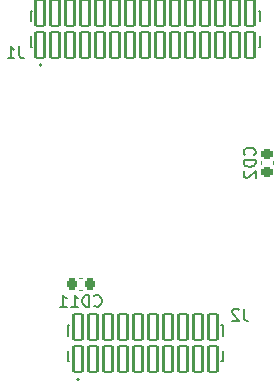
<source format=gbo>
%TF.GenerationSoftware,KiCad,Pcbnew,8.0.3-8.0.3-0~ubuntu24.04.1*%
%TF.CreationDate,2024-07-09T09:27:24+02:00*%
%TF.ProjectId,PythonBreakout,50797468-6f6e-4427-9265-616b6f75742e,rev?*%
%TF.SameCoordinates,Original*%
%TF.FileFunction,Legend,Bot*%
%TF.FilePolarity,Positive*%
%FSLAX46Y46*%
G04 Gerber Fmt 4.6, Leading zero omitted, Abs format (unit mm)*
G04 Created by KiCad (PCBNEW 8.0.3-8.0.3-0~ubuntu24.04.1) date 2024-07-09 09:27:24*
%MOMM*%
%LPD*%
G01*
G04 APERTURE LIST*
G04 Aperture macros list*
%AMRoundRect*
0 Rectangle with rounded corners*
0 $1 Rounding radius*
0 $2 $3 $4 $5 $6 $7 $8 $9 X,Y pos of 4 corners*
0 Add a 4 corners polygon primitive as box body*
4,1,4,$2,$3,$4,$5,$6,$7,$8,$9,$2,$3,0*
0 Add four circle primitives for the rounded corners*
1,1,$1+$1,$2,$3*
1,1,$1+$1,$4,$5*
1,1,$1+$1,$6,$7*
1,1,$1+$1,$8,$9*
0 Add four rect primitives between the rounded corners*
20,1,$1+$1,$2,$3,$4,$5,0*
20,1,$1+$1,$4,$5,$6,$7,0*
20,1,$1+$1,$6,$7,$8,$9,0*
20,1,$1+$1,$8,$9,$2,$3,0*%
G04 Aperture macros list end*
%ADD10C,0.150000*%
%ADD11C,0.200000*%
%ADD12C,0.120000*%
%ADD13C,1.190000*%
%ADD14RoundRect,0.102000X-0.370000X-1.110000X0.370000X-1.110000X0.370000X1.110000X-0.370000X1.110000X0*%
%ADD15RoundRect,0.225000X-0.250000X0.225000X-0.250000X-0.225000X0.250000X-0.225000X0.250000X0.225000X0*%
%ADD16RoundRect,0.225000X-0.225000X-0.250000X0.225000X-0.250000X0.225000X0.250000X-0.225000X0.250000X0*%
G04 APERTURE END LIST*
D10*
X98333333Y-82649819D02*
X98333333Y-83364104D01*
X98333333Y-83364104D02*
X98380952Y-83506961D01*
X98380952Y-83506961D02*
X98476190Y-83602200D01*
X98476190Y-83602200D02*
X98619047Y-83649819D01*
X98619047Y-83649819D02*
X98714285Y-83649819D01*
X97904761Y-82745057D02*
X97857142Y-82697438D01*
X97857142Y-82697438D02*
X97761904Y-82649819D01*
X97761904Y-82649819D02*
X97523809Y-82649819D01*
X97523809Y-82649819D02*
X97428571Y-82697438D01*
X97428571Y-82697438D02*
X97380952Y-82745057D01*
X97380952Y-82745057D02*
X97333333Y-82840295D01*
X97333333Y-82840295D02*
X97333333Y-82935533D01*
X97333333Y-82935533D02*
X97380952Y-83078390D01*
X97380952Y-83078390D02*
X97952380Y-83649819D01*
X97952380Y-83649819D02*
X97333333Y-83649819D01*
X79333333Y-60429819D02*
X79333333Y-61144104D01*
X79333333Y-61144104D02*
X79380952Y-61286961D01*
X79380952Y-61286961D02*
X79476190Y-61382200D01*
X79476190Y-61382200D02*
X79619047Y-61429819D01*
X79619047Y-61429819D02*
X79714285Y-61429819D01*
X78333333Y-61429819D02*
X78904761Y-61429819D01*
X78619047Y-61429819D02*
X78619047Y-60429819D01*
X78619047Y-60429819D02*
X78714285Y-60572676D01*
X78714285Y-60572676D02*
X78809523Y-60667914D01*
X78809523Y-60667914D02*
X78904761Y-60715533D01*
X99234580Y-69608333D02*
X99282200Y-69560714D01*
X99282200Y-69560714D02*
X99329819Y-69417857D01*
X99329819Y-69417857D02*
X99329819Y-69322619D01*
X99329819Y-69322619D02*
X99282200Y-69179762D01*
X99282200Y-69179762D02*
X99186961Y-69084524D01*
X99186961Y-69084524D02*
X99091723Y-69036905D01*
X99091723Y-69036905D02*
X98901247Y-68989286D01*
X98901247Y-68989286D02*
X98758390Y-68989286D01*
X98758390Y-68989286D02*
X98567914Y-69036905D01*
X98567914Y-69036905D02*
X98472676Y-69084524D01*
X98472676Y-69084524D02*
X98377438Y-69179762D01*
X98377438Y-69179762D02*
X98329819Y-69322619D01*
X98329819Y-69322619D02*
X98329819Y-69417857D01*
X98329819Y-69417857D02*
X98377438Y-69560714D01*
X98377438Y-69560714D02*
X98425057Y-69608333D01*
X99329819Y-70036905D02*
X98329819Y-70036905D01*
X98329819Y-70036905D02*
X98329819Y-70275000D01*
X98329819Y-70275000D02*
X98377438Y-70417857D01*
X98377438Y-70417857D02*
X98472676Y-70513095D01*
X98472676Y-70513095D02*
X98567914Y-70560714D01*
X98567914Y-70560714D02*
X98758390Y-70608333D01*
X98758390Y-70608333D02*
X98901247Y-70608333D01*
X98901247Y-70608333D02*
X99091723Y-70560714D01*
X99091723Y-70560714D02*
X99186961Y-70513095D01*
X99186961Y-70513095D02*
X99282200Y-70417857D01*
X99282200Y-70417857D02*
X99329819Y-70275000D01*
X99329819Y-70275000D02*
X99329819Y-70036905D01*
X98425057Y-70989286D02*
X98377438Y-71036905D01*
X98377438Y-71036905D02*
X98329819Y-71132143D01*
X98329819Y-71132143D02*
X98329819Y-71370238D01*
X98329819Y-71370238D02*
X98377438Y-71465476D01*
X98377438Y-71465476D02*
X98425057Y-71513095D01*
X98425057Y-71513095D02*
X98520295Y-71560714D01*
X98520295Y-71560714D02*
X98615533Y-71560714D01*
X98615533Y-71560714D02*
X98758390Y-71513095D01*
X98758390Y-71513095D02*
X99329819Y-70941667D01*
X99329819Y-70941667D02*
X99329819Y-71560714D01*
X85672857Y-82364580D02*
X85720476Y-82412200D01*
X85720476Y-82412200D02*
X85863333Y-82459819D01*
X85863333Y-82459819D02*
X85958571Y-82459819D01*
X85958571Y-82459819D02*
X86101428Y-82412200D01*
X86101428Y-82412200D02*
X86196666Y-82316961D01*
X86196666Y-82316961D02*
X86244285Y-82221723D01*
X86244285Y-82221723D02*
X86291904Y-82031247D01*
X86291904Y-82031247D02*
X86291904Y-81888390D01*
X86291904Y-81888390D02*
X86244285Y-81697914D01*
X86244285Y-81697914D02*
X86196666Y-81602676D01*
X86196666Y-81602676D02*
X86101428Y-81507438D01*
X86101428Y-81507438D02*
X85958571Y-81459819D01*
X85958571Y-81459819D02*
X85863333Y-81459819D01*
X85863333Y-81459819D02*
X85720476Y-81507438D01*
X85720476Y-81507438D02*
X85672857Y-81555057D01*
X85244285Y-82459819D02*
X85244285Y-81459819D01*
X85244285Y-81459819D02*
X85006190Y-81459819D01*
X85006190Y-81459819D02*
X84863333Y-81507438D01*
X84863333Y-81507438D02*
X84768095Y-81602676D01*
X84768095Y-81602676D02*
X84720476Y-81697914D01*
X84720476Y-81697914D02*
X84672857Y-81888390D01*
X84672857Y-81888390D02*
X84672857Y-82031247D01*
X84672857Y-82031247D02*
X84720476Y-82221723D01*
X84720476Y-82221723D02*
X84768095Y-82316961D01*
X84768095Y-82316961D02*
X84863333Y-82412200D01*
X84863333Y-82412200D02*
X85006190Y-82459819D01*
X85006190Y-82459819D02*
X85244285Y-82459819D01*
X83720476Y-82459819D02*
X84291904Y-82459819D01*
X84006190Y-82459819D02*
X84006190Y-81459819D01*
X84006190Y-81459819D02*
X84101428Y-81602676D01*
X84101428Y-81602676D02*
X84196666Y-81697914D01*
X84196666Y-81697914D02*
X84291904Y-81745533D01*
X82768095Y-82459819D02*
X83339523Y-82459819D01*
X83053809Y-82459819D02*
X83053809Y-81459819D01*
X83053809Y-81459819D02*
X83149047Y-81602676D01*
X83149047Y-81602676D02*
X83244285Y-81697914D01*
X83244285Y-81697914D02*
X83339523Y-81745533D01*
D11*
X83460000Y-84010000D02*
X83460000Y-84900000D01*
X83460000Y-86170000D02*
X83460000Y-87060000D01*
X83565000Y-84010000D02*
X83460000Y-84010000D01*
X83565000Y-87060000D02*
X83460000Y-87060000D01*
X96435000Y-84010000D02*
X96540000Y-84010000D01*
X96435000Y-87060000D02*
X96540000Y-87060000D01*
X96540000Y-84010000D02*
X96540000Y-84900000D01*
X96540000Y-86170000D02*
X96540000Y-87060000D01*
X84385000Y-88610000D02*
G75*
G02*
X84185000Y-88610000I-100000J0D01*
G01*
X84185000Y-88610000D02*
G75*
G02*
X84385000Y-88610000I100000J0D01*
G01*
X80285000Y-57400000D02*
X80285000Y-58290000D01*
X80285000Y-59560000D02*
X80285000Y-60450000D01*
X80390000Y-57400000D02*
X80285000Y-57400000D01*
X80390000Y-60450000D02*
X80285000Y-60450000D01*
X99610000Y-57400000D02*
X99715000Y-57400000D01*
X99610000Y-60450000D02*
X99715000Y-60450000D01*
X99715000Y-57400000D02*
X99715000Y-58290000D01*
X99715000Y-59560000D02*
X99715000Y-60450000D01*
X81210000Y-62000000D02*
G75*
G02*
X81010000Y-62000000I-100000J0D01*
G01*
X81010000Y-62000000D02*
G75*
G02*
X81210000Y-62000000I100000J0D01*
G01*
D12*
X99795000Y-70415580D02*
X99795000Y-70134420D01*
X100815000Y-70415580D02*
X100815000Y-70134420D01*
X84670580Y-80065000D02*
X84389420Y-80065000D01*
X84670580Y-81085000D02*
X84389420Y-81085000D01*
%LPC*%
D13*
X82695000Y-85535000D03*
X97305000Y-85535000D03*
D14*
X84285000Y-86900000D03*
X84285000Y-84170000D03*
X85555000Y-86900000D03*
X85555000Y-84170000D03*
X86825000Y-86900000D03*
X86825000Y-84170000D03*
X88095000Y-86900000D03*
X88095000Y-84170000D03*
X89365000Y-86900000D03*
X89365000Y-84170000D03*
X90635000Y-86900000D03*
X90635000Y-84170000D03*
X91905000Y-86900000D03*
X91905000Y-84170000D03*
X93175000Y-86900000D03*
X93175000Y-84170000D03*
X94445000Y-86900000D03*
X94445000Y-84170000D03*
X95715000Y-86900000D03*
X95715000Y-84170000D03*
D13*
X79520000Y-58925000D03*
X100480000Y-58925000D03*
D14*
X81110000Y-60290000D03*
X81110000Y-57560000D03*
X82380000Y-60290000D03*
X82380000Y-57560000D03*
X83650000Y-60290000D03*
X83650000Y-57560000D03*
X84920000Y-60290000D03*
X84920000Y-57560000D03*
X86190000Y-60290000D03*
X86190000Y-57560000D03*
X87460000Y-60290000D03*
X87460000Y-57560000D03*
X88730000Y-60290000D03*
X88730000Y-57560000D03*
X90000000Y-60290000D03*
X90000000Y-57560000D03*
X91270000Y-60290000D03*
X91270000Y-57560000D03*
X92540000Y-60290000D03*
X92540000Y-57560000D03*
X93810000Y-60290000D03*
X93810000Y-57560000D03*
X95080000Y-60290000D03*
X95080000Y-57560000D03*
X96350000Y-60290000D03*
X96350000Y-57560000D03*
X97620000Y-60290000D03*
X97620000Y-57560000D03*
X98890000Y-60290000D03*
X98890000Y-57560000D03*
D15*
X100305000Y-69500000D03*
X100305000Y-71050000D03*
D16*
X83755000Y-80575000D03*
X85305000Y-80575000D03*
%LPD*%
M02*

</source>
